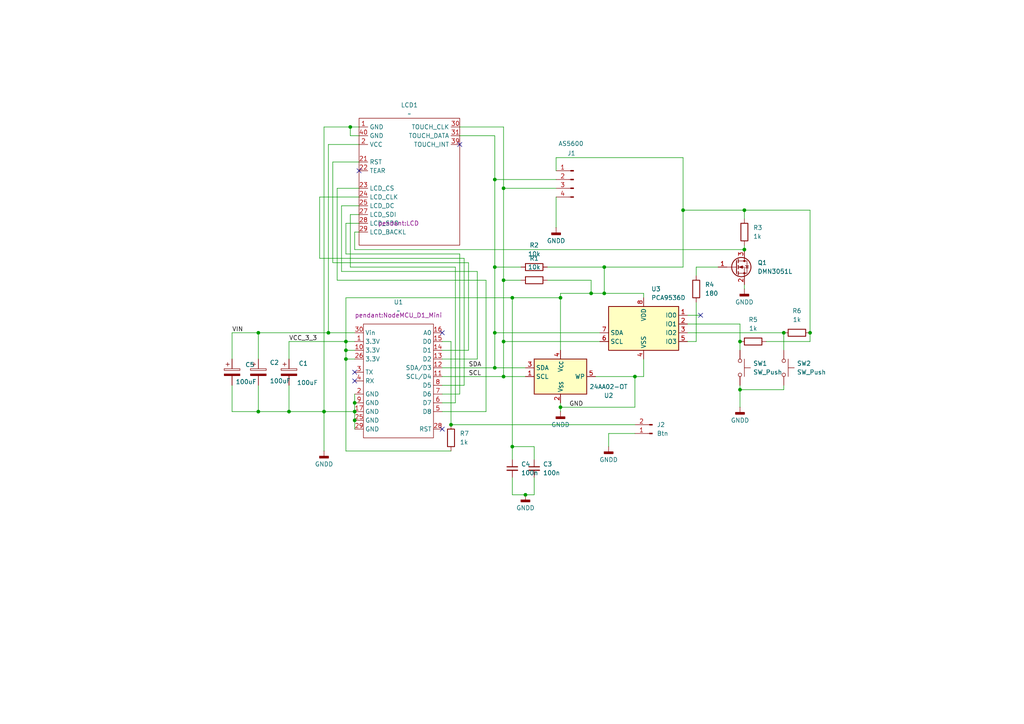
<source format=kicad_sch>
(kicad_sch (version 20231120) (generator "eeschema") (generator_version "8.0")
  (paper "A4")
  (lib_symbols
    (symbol "Connector:Conn_01x02_Pin" (pin_names (offset 1.016) hide)
      (property "Reference" "J" (at 0 2.54 0))
      (property "Value" "Conn_01x02_Pin" (at 0 -5.08 0))
      (symbol "Conn_01x02_Pin_1_1"
        (polyline (pts (xy 1.27 -2.54) (xy 0.8636 -2.54)) (stroke (width 0.1524)))
        (polyline (pts (xy 1.27 0) (xy 0.8636 0)) (stroke (width 0.1524)))
        (rectangle (start 0.8636 -2.413) (end 0 -2.667) (stroke (width 0.1524)) (fill (type outline)))
        (rectangle (start 0.8636 0.127) (end 0 -0.127) (stroke (width 0.1524)) (fill (type outline)))
        (pin passive line (at 5.08 0 180) (length 3.81) (name "Pin_1") (number "1"))
        (pin passive line (at 5.08 -2.54 180) (length 3.81) (name "Pin_2") (number "2"))
      )
    )
    (symbol "Connector:Conn_01x04_Pin" (pin_names (offset 1.016) hide)
      (property "Reference" "J" (at 0 5.08 0))
      (property "Value" "Conn_01x04_Pin" (at 0 -7.62 0))
      (symbol "Conn_01x04_Pin_1_1"
        (polyline (pts (xy 1.27 -5.08) (xy 0.8636 -5.08)) (stroke (width 0.1524)))
        (polyline (pts (xy 1.27 -2.54) (xy 0.8636 -2.54)) (stroke (width 0.1524)))
        (polyline (pts (xy 1.27 0) (xy 0.8636 0)) (stroke (width 0.1524)))
        (polyline (pts (xy 1.27 2.54) (xy 0.8636 2.54)) (stroke (width 0.1524)))
        (rectangle (start 0.8636 -4.953) (end 0 -5.207) (stroke (width 0.1524)) (fill (type outline)))
        (rectangle (start 0.8636 -2.413) (end 0 -2.667) (stroke (width 0.1524)) (fill (type outline)))
        (rectangle (start 0.8636 0.127) (end 0 -0.127) (stroke (width 0.1524)) (fill (type outline)))
        (rectangle (start 0.8636 2.667) (end 0 2.413) (stroke (width 0.1524)) (fill (type outline)))
        (pin passive line (at 5.08 2.54 180) (length 3.81) (name "Pin_1") (number "1"))
        (pin passive line (at 5.08 0 180) (length 3.81) (name "Pin_2") (number "2"))
        (pin passive line (at 5.08 -2.54 180) (length 3.81) (name "Pin_3") (number "3"))
        (pin passive line (at 5.08 -5.08 180) (length 3.81) (name "Pin_4") (number "4"))
      )
    )
    (symbol "Device:C_Polarized" (pin_numbers hide) (pin_names (offset 0.254))
      (property "Reference" "C" (at 0.635 2.54 0))
      (property "Value" "C_Polarized" (at 0.635 -2.54 0))
      (symbol "C_Polarized_0_1"
        (rectangle (start -2.286 0.508) (end 2.286 1.016))
        (polyline (pts (xy -1.778 2.286) (xy -0.762 2.286)))
        (polyline (pts (xy -1.27 2.794) (xy -1.27 1.778)))
        (rectangle (start 2.286 -0.508) (end -2.286 -1.016) (fill (type outline)))
      )
      (symbol "C_Polarized_1_1"
        (pin passive line (at 0 3.81 270) (length 2.794) (name "~") (number "1"))
        (pin passive line (at 0 -3.81 90) (length 2.794) (name "~") (number "2"))
      )
    )
    (symbol "Device:C_Small" (pin_numbers hide) (pin_names (offset 0.254) hide)
      (property "Reference" "C" (at 0.254 1.778 0))
      (property "Value" "C_Small" (at 0.254 -2.032 0))
      (symbol "C_Small_0_1"
        (polyline (pts (xy -1.524 -0.508) (xy 1.524 -0.508)) (stroke (width 0.3302)))
        (polyline (pts (xy -1.524 0.508) (xy 1.524 0.508)) (stroke (width 0.3048)))
      )
      (symbol "C_Small_1_1"
        (pin passive line (at 0 2.54 270) (length 2.032) (name "~") (number "1"))
        (pin passive line (at 0 -2.54 90) (length 2.032) (name "~") (number "2"))
      )
    )
    (symbol "Device:R" (pin_numbers hide) (pin_names (offset 0))
      (property "Reference" "R" (at 2.032 0 90))
      (property "Value" "R" (at 0 0 90))
      (symbol "R_0_1"
        (rectangle (start -1.016 -2.54) (end 1.016 2.54) (stroke (width 0.254)))
      )
      (symbol "R_1_1"
        (pin passive line (at 0 3.81 270) (length 1.27) (name "~") (number "1"))
        (pin passive line (at 0 -3.81 90) (length 1.27) (name "~") (number "2"))
      )
    )
    (symbol "Interface_Expansion:PCA9536D"
      (property "Reference" "U" (at -8.89 6.35 0))
      (property "Value" "PCA9536D" (at 6.35 6.35 0))
      (symbol "PCA9536D_0_1"
        (rectangle (start -10.16 5.08) (end 10.16 -7.62) (stroke (width 0.254)) (fill (type background)))
      )
      (symbol "PCA9536D_1_1"
        (pin bidirectional line (at 12.7 2.54 180) (length 2.54) (name "IO0") (number "1"))
        (pin bidirectional line (at 12.7 0 180) (length 2.54) (name "IO1") (number "2"))
        (pin bidirectional line (at 12.7 -2.54 180) (length 2.54) (name "IO2") (number "3"))
        (pin power_in line (at 0 -10.16 90) (length 2.54) (name "VSS") (number "4"))
        (pin bidirectional line (at 12.7 -5.08 180) (length 2.54) (name "IO3") (number "5"))
        (pin input line (at -12.7 -5.08 0) (length 2.54) (name "SCL") (number "6"))
        (pin bidirectional line (at -12.7 -2.54 0) (length 2.54) (name "SDA") (number "7"))
        (pin power_in line (at 0 7.62 270) (length 2.54) (name "VDD") (number "8"))
      )
    )
    (symbol "Memory_EEPROM:24AA02-OT"
      (property "Reference" "U" (at -7.62 6.35 0))
      (property "Value" "24AA02-OT" (at 2.54 -6.35 0))
      (symbol "24AA02-OT_1_1"
        (rectangle (start -7.62 5.08) (end 7.62 -5.08) (stroke (width 0.254)) (fill (type background)))
        (pin input line (at 10.16 0 180) (length 2.54) (name "SCL") (number "1"))
        (pin power_in line (at 0 -7.62 90) (length 2.54) (name "V_{SS}") (number "2"))
        (pin bidirectional line (at 10.16 2.54 180) (length 2.54) (name "SDA") (number "3"))
        (pin power_in line (at 0 7.62 270) (length 2.54) (name "V_{CC}") (number "4"))
        (pin input line (at -10.16 0 0) (length 2.54) (name "WP") (number "5"))
      )
    )
    (symbol "Switch:SW_Push" (pin_numbers hide) (pin_names (offset 1.016) hide)
      (property "Reference" "SW" (at 1.27 2.54 0))
      (property "Value" "SW_Push" (at 0 -1.524 0))
      (symbol "SW_Push_0_1"
        (circle (center -2.032 0) (radius 0.508))
        (polyline (pts (xy 0 1.27) (xy 0 3.048)))
        (polyline (pts (xy 2.54 1.27) (xy -2.54 1.27)))
        (circle (center 2.032 0) (radius 0.508))
        (pin passive line (at -5.08 0 0) (length 2.54) (name "1") (number "1"))
        (pin passive line (at 5.08 0 180) (length 2.54) (name "2") (number "2"))
      )
    )
    (symbol "Transistor_FET:DMN3051L" (pin_names hide)
      (property "Reference" "Q" (at 5.08 1.905 0))
      (property "Value" "DMN3051L" (at 5.08 0 0))
      (symbol "DMN3051L_0_1"
        (polyline (pts (xy 0.254 0) (xy -2.54 0)))
        (polyline (pts (xy 0.254 1.905) (xy 0.254 -1.905)) (stroke (width 0.254)))
        (polyline (pts (xy 0.762 -1.27) (xy 0.762 -2.286)) (stroke (width 0.254)))
        (polyline (pts (xy 0.762 0.508) (xy 0.762 -0.508)) (stroke (width 0.254)))
        (polyline (pts (xy 0.762 2.286) (xy 0.762 1.27)) (stroke (width 0.254)))
        (polyline (pts (xy 2.54 2.54) (xy 2.54 1.778)))
        (polyline (pts (xy 2.54 -2.54) (xy 2.54 0) (xy 0.762 0)))
        (polyline (pts (xy 0.762 -1.778) (xy 3.302 -1.778) (xy 3.302 1.778) (xy 0.762 1.778)))
        (polyline (pts (xy 1.016 0) (xy 2.032 0.381) (xy 2.032 -0.381) (xy 1.016 0)) (fill (type outline)))
        (polyline (pts (xy 2.794 0.508) (xy 2.921 0.381) (xy 3.683 0.381) (xy 3.81 0.254)))
        (polyline (pts (xy 3.302 0.381) (xy 2.921 -0.254) (xy 3.683 -0.254) (xy 3.302 0.381)))
        (circle (center 1.651 0) (radius 2.794) (stroke (width 0.254)))
        (circle (center 2.54 -1.778) (radius 0.254) (fill (type outline)))
        (circle (center 2.54 1.778) (radius 0.254) (fill (type outline)))
      )
      (symbol "DMN3051L_1_1"
        (pin input line (at -5.08 0 0) (length 2.54) (name "G") (number "1"))
        (pin passive line (at 2.54 -5.08 90) (length 2.54) (name "S") (number "2"))
        (pin passive line (at 2.54 5.08 270) (length 2.54) (name "D") (number "3"))
      )
    )
    (symbol "pendant:LCD"
      (property "Reference" "LCD" (at 0 -1.524 0))
      (property "Footprint" "pendant:LCD" (at -3.81 6.35 0))
      (symbol "LCD_0_1"
        (rectangle (start -15.24 36.83) (end 13.97 0))
      )
      (symbol "LCD_1_1"
        (pin power_in line (at -15.24 34.29 0) (length 2.54) (name "GND") (number "1"))
        (pin power_in line (at -15.24 29.21 0) (length 2.54) (name "VCC") (number "2"))
        (pin input line (at -15.24 24.13 0) (length 2.54) (name "RST") (number "21"))
        (pin output line (at -15.24 21.59 0) (length 2.54) (name "TEAR") (number "22"))
        (pin input line (at -15.24 16.51 0) (length 2.54) (name "LCD_CS") (number "23"))
        (pin input line (at -15.24 13.97 0) (length 2.54) (name "LCD_CLK") (number "24"))
        (pin input line (at -15.24 11.43 0) (length 2.54) (name "LCD_DC") (number "25"))
        (pin input line (at -15.24 8.89 0) (length 2.54) (name "LCD_SDI") (number "27"))
        (pin output line (at -15.24 6.35 0) (length 2.54) (name "LCD_SDO") (number "28"))
        (pin input line (at -15.24 3.81 0) (length 2.54) (name "LCD_BACKL") (number "29"))
        (pin input line (at 13.97 34.29 180) (length 2.54) (name "TOUCH_CLK") (number "30"))
        (pin bidirectional line (at 13.97 31.75 180) (length 2.54) (name "TOUCH_DATA") (number "31"))
        (pin output line (at 13.97 29.21 180) (length 2.54) (name "TOUCH_INT") (number "39"))
        (pin power_in line (at -15.24 31.75 0) (length 2.54) (name "GND") (number "40"))
      )
    )
    (symbol "pendant:NodeMCU"
      (property "Reference" "U1" (at -72.39 21.59 0))
      (property "Value" "~" (at -72.39 19.05 0))
      (property "Footprint" "pendant:NodeMCU_D1_Mini" (at -72.39 17.78 0))
      (symbol "NodeMCU_0_1"
        (rectangle (start -82.55 15.24) (end -62.23 -17.78))
      )
      (symbol "NodeMCU_1_1"
        (pin power_in line (at -85.09 10.16 0) (length 2.54) (name "3.3V") (number "1"))
        (pin power_in line (at -85.09 7.62 0) (length 2.54) (name "3.3V") (number "10"))
        (pin bidirectional line (at -59.69 0 180) (length 2.54) (name "SCL/D4") (number "11"))
        (pin bidirectional line (at -59.69 2.54 180) (length 2.54) (name "SDA/D3") (number "12"))
        (pin bidirectional line (at -59.69 5.08 180) (length 2.54) (name "D2") (number "13"))
        (pin bidirectional line (at -59.69 7.62 180) (length 2.54) (name "D1") (number "14"))
        (pin bidirectional line (at -59.69 10.16 180) (length 2.54) (name "D0") (number "15"))
        (pin input line (at -59.69 12.7 180) (length 2.54) (name "A0") (number "16"))
        (pin power_in line (at -85.09 -10.16 0) (length 2.54) (name "GND") (number "17"))
        (pin power_in line (at -85.09 -5.08 0) (length 2.54) (name "GND") (number "2"))
        (pin power_in line (at -85.09 -12.7 0) (length 2.54) (name "GND") (number "25"))
        (pin power_in line (at -85.09 5.08 0) (length 2.54) (name "3.3V") (number "26"))
        (pin input line (at -59.69 -15.24 180) (length 2.54) (name "RST") (number "28"))
        (pin power_in line (at -85.09 -15.24 0) (length 2.54) (name "GND") (number "29"))
        (pin bidirectional line (at -85.09 1.27 0) (length 2.54) (name "TX") (number "3"))
        (pin power_in line (at -85.09 12.7 0) (length 2.54) (name "Vin") (number "30"))
        (pin bidirectional line (at -85.09 -1.27 0) (length 2.54) (name "RX") (number "4"))
        (pin bidirectional line (at -59.69 -10.16 180) (length 2.54) (name "D8") (number "5"))
        (pin bidirectional line (at -59.69 -7.62 180) (length 2.54) (name "D7") (number "6"))
        (pin bidirectional line (at -59.69 -5.08 180) (length 2.54) (name "D6") (number "7"))
        (pin bidirectional line (at -59.69 -2.54 180) (length 2.54) (name "D5") (number "8"))
        (pin power_in line (at -85.09 -7.62 0) (length 2.54) (name "GND") (number "9"))
      )
    )
    (symbol "power:GNDD" (power) (pin_numbers hide) (pin_names (offset 0) hide)
      (property "Value" "GNDD" (at 0 -3.175 0))
      (symbol "GNDD_0_1"
        (rectangle (start -1.27 -1.524) (end 1.27 -2.032) (stroke (width 0.254)) (fill (type outline)))
        (polyline (pts (xy 0 0) (xy 0 -1.524)))
      )
      (symbol "GNDD_1_1"
        (pin power_in line (at 0 0 270) (length 0) (name "~") (number "1"))
      )
    )
  )
  (junction (at 152.4 143.51))
  (junction (at 214.63 113.03))
  (junction (at 146.05 99.06))
  (junction (at 74.93 119.38))
  (junction (at 198.12 60.96))
  (junction (at 162.56 86.36))
  (junction (at 175.26 85.09))
  (junction (at 102.87 119.38))
  (junction (at 171.45 85.09))
  (junction (at 214.63 99.06))
  (junction (at 148.59 86.36))
  (junction (at 130.81 123.19))
  (junction (at 146.05 81.28))
  (junction (at 227.33 96.52))
  (junction (at 146.05 54.61))
  (junction (at 74.93 96.52))
  (junction (at 93.98 119.38))
  (junction (at 234.95 96.52))
  (junction (at 215.9 60.96))
  (junction (at 148.59 129.54))
  (junction (at 215.9 72.39))
  (junction (at 146.05 109.22))
  (junction (at 175.26 77.47))
  (junction (at 102.87 121.92))
  (junction (at 143.51 77.47))
  (junction (at 102.87 116.84))
  (junction (at 95.25 96.52))
  (junction (at 83.82 119.38))
  (junction (at 162.56 118.11))
  (junction (at 184.15 109.22))
  (junction (at 143.51 52.07))
  (junction (at 143.51 106.68))
  (junction (at 143.51 96.52))
  (junction (at 100.33 99.06))
  (junction (at 100.33 101.6))
  (junction (at 100.33 104.14))
  (junction (at 101.6 36.83))
  (no_connect (at 128.27 124.46))
  (no_connect (at 133.35 41.91))
  (no_connect (at 102.87 110.49))
  (no_connect (at 102.87 107.95))
  (no_connect (at 203.2 91.44))
  (no_connect (at 128.27 96.52))
  (no_connect (at 104.14 49.53))
  (wire (pts (xy 133.35 36.83) (xy 146.05 36.83)))
  (wire (pts (xy 214.63 99.06) (xy 214.63 101.6)))
  (wire (pts (xy 199.39 96.52) (xy 227.33 96.52)))
  (wire (pts (xy 198.12 77.47) (xy 175.26 77.47)))
  (wire (pts (xy 83.82 104.14) (xy 83.82 99.06)))
  (wire (pts (xy 214.63 111.76) (xy 214.63 113.03)))
  (wire (pts (xy 83.82 99.06) (xy 100.33 99.06)))
  (wire (pts (xy 132.08 116.84) (xy 132.08 77.47)))
  (wire (pts (xy 148.59 138.43) (xy 148.59 143.51)))
  (wire (pts (xy 151.13 81.28) (xy 146.05 81.28)))
  (wire (pts (xy 128.27 101.6) (xy 135.89 101.6)))
  (wire (pts (xy 101.6 77.47) (xy 101.6 62.23)))
  (wire (pts (xy 184.15 125.73) (xy 176.53 125.73)))
  (wire (pts (xy 146.05 109.22) (xy 128.27 109.22)))
  (wire (pts (xy 143.51 77.47) (xy 143.51 96.52)))
  (wire (pts (xy 152.4 109.22) (xy 146.05 109.22)))
  (wire (pts (xy 128.27 111.76) (xy 134.62 111.76)))
  (wire (pts (xy 161.29 57.15) (xy 161.29 66.04)))
  (wire (pts (xy 171.45 85.09) (xy 162.56 85.09)))
  (wire (pts (xy 158.75 77.47) (xy 175.26 77.47)))
  (wire (pts (xy 99.06 78.74) (xy 138.43 78.74)))
  (wire (pts (xy 128.27 114.3) (xy 133.35 114.3)))
  (wire (pts (xy 132.08 77.47) (xy 101.6 77.47)))
  (wire (pts (xy 161.29 52.07) (xy 143.51 52.07)))
  (wire (pts (xy 102.87 72.39) (xy 215.9 72.39)))
  (wire (pts (xy 146.05 81.28) (xy 146.05 99.06)))
  (wire (pts (xy 97.79 54.61) (xy 97.79 81.28)))
  (wire (pts (xy 143.51 39.37) (xy 133.35 39.37)))
  (wire (pts (xy 208.28 77.47) (xy 201.93 77.47)))
  (wire (pts (xy 74.93 96.52) (xy 95.25 96.52)))
  (wire (pts (xy 100.33 73.66) (xy 100.33 64.77)))
  (wire (pts (xy 101.6 36.83) (xy 104.14 36.83)))
  (wire (pts (xy 133.35 73.66) (xy 100.33 73.66)))
  (wire (pts (xy 83.82 119.38) (xy 93.98 119.38)))
  (wire (pts (xy 175.26 85.09) (xy 171.45 85.09)))
  (wire (pts (xy 96.52 46.99) (xy 104.14 46.99)))
  (wire (pts (xy 140.97 81.28) (xy 140.97 119.38)))
  (wire (pts (xy 93.98 36.83) (xy 93.98 119.38)))
  (wire (pts (xy 96.52 76.2) (xy 96.52 46.99)))
  (wire (pts (xy 199.39 91.44) (xy 203.2 91.44)))
  (wire (pts (xy 186.69 85.09) (xy 175.26 85.09)))
  (wire (pts (xy 143.51 96.52) (xy 143.51 106.68)))
  (wire (pts (xy 214.63 93.98) (xy 199.39 93.98)))
  (wire (pts (xy 186.69 86.36) (xy 186.69 85.09)))
  (wire (pts (xy 138.43 78.74) (xy 138.43 104.14)))
  (wire (pts (xy 102.87 119.38) (xy 102.87 116.84)))
  (wire (pts (xy 148.59 143.51) (xy 152.4 143.51)))
  (wire (pts (xy 234.95 99.06) (xy 234.95 96.52)))
  (wire (pts (xy 146.05 54.61) (xy 146.05 81.28)))
  (wire (pts (xy 161.29 45.72) (xy 198.12 45.72)))
  (wire (pts (xy 227.33 111.76) (xy 227.33 113.03)))
  (wire (pts (xy 134.62 74.93) (xy 92.71 74.93)))
  (wire (pts (xy 104.14 54.61) (xy 97.79 54.61)))
  (wire (pts (xy 92.71 74.93) (xy 92.71 57.15)))
  (wire (pts (xy 162.56 86.36) (xy 148.59 86.36)))
  (wire (pts (xy 100.33 130.81) (xy 100.33 104.14)))
  (wire (pts (xy 186.69 109.22) (xy 184.15 109.22)))
  (wire (pts (xy 101.6 62.23) (xy 104.14 62.23)))
  (wire (pts (xy 146.05 99.06) (xy 146.05 109.22)))
  (wire (pts (xy 93.98 130.81) (xy 93.98 119.38)))
  (wire (pts (xy 154.94 143.51) (xy 152.4 143.51)))
  (wire (pts (xy 99.06 59.69) (xy 99.06 78.74)))
  (wire (pts (xy 134.62 111.76) (xy 134.62 74.93)))
  (wire (pts (xy 130.81 123.19) (xy 184.15 123.19)))
  (wire (pts (xy 172.72 109.22) (xy 184.15 109.22)))
  (wire (pts (xy 74.93 119.38) (xy 83.82 119.38)))
  (wire (pts (xy 104.14 39.37) (xy 101.6 39.37)))
  (wire (pts (xy 100.33 64.77) (xy 104.14 64.77)))
  (wire (pts (xy 184.15 109.22) (xy 184.15 118.11)))
  (wire (pts (xy 67.31 111.76) (xy 67.31 119.38)))
  (wire (pts (xy 148.59 86.36) (xy 100.33 86.36)))
  (wire (pts (xy 104.14 67.31) (xy 102.87 67.31)))
  (wire (pts (xy 138.43 104.14) (xy 128.27 104.14)))
  (wire (pts (xy 215.9 60.96) (xy 198.12 60.96)))
  (wire (pts (xy 158.75 81.28) (xy 171.45 81.28)))
  (wire (pts (xy 135.89 76.2) (xy 96.52 76.2)))
  (wire (pts (xy 154.94 138.43) (xy 154.94 143.51)))
  (wire (pts (xy 102.87 124.46) (xy 102.87 121.92)))
  (wire (pts (xy 148.59 129.54) (xy 154.94 129.54)))
  (wire (pts (xy 151.13 77.47) (xy 143.51 77.47)))
  (wire (pts (xy 67.31 119.38) (xy 74.93 119.38)))
  (wire (pts (xy 198.12 45.72) (xy 198.12 60.96)))
  (wire (pts (xy 186.69 104.14) (xy 186.69 109.22)))
  (wire (pts (xy 74.93 96.52) (xy 74.93 104.14)))
  (wire (pts (xy 215.9 60.96) (xy 234.95 60.96)))
  (wire (pts (xy 148.59 133.35) (xy 148.59 129.54)))
  (wire (pts (xy 161.29 54.61) (xy 146.05 54.61)))
  (wire (pts (xy 234.95 96.52) (xy 234.95 60.96)))
  (wire (pts (xy 176.53 129.54) (xy 176.53 125.73)))
  (wire (pts (xy 100.33 101.6) (xy 102.87 101.6)))
  (wire (pts (xy 128.27 106.68) (xy 143.51 106.68)))
  (wire (pts (xy 128.27 99.06) (xy 130.81 99.06)))
  (wire (pts (xy 83.82 111.76) (xy 83.82 119.38)))
  (wire (pts (xy 130.81 99.06) (xy 130.81 123.19)))
  (wire (pts (xy 101.6 39.37) (xy 101.6 36.83)))
  (wire (pts (xy 93.98 119.38) (xy 102.87 119.38)))
  (wire (pts (xy 102.87 121.92) (xy 102.87 119.38)))
  (wire (pts (xy 133.35 114.3) (xy 133.35 73.66)))
  (wire (pts (xy 102.87 99.06) (xy 100.33 99.06)))
  (wire (pts (xy 162.56 118.11) (xy 162.56 116.84)))
  (wire (pts (xy 214.63 93.98) (xy 214.63 99.06)))
  (wire (pts (xy 67.31 96.52) (xy 74.93 96.52)))
  (wire (pts (xy 162.56 101.6) (xy 162.56 86.36)))
  (wire (pts (xy 161.29 45.72) (xy 161.29 49.53)))
  (wire (pts (xy 162.56 85.09) (xy 162.56 86.36)))
  (wire (pts (xy 128.27 116.84) (xy 132.08 116.84)))
  (wire (pts (xy 215.9 71.12) (xy 215.9 72.39)))
  (wire (pts (xy 100.33 101.6) (xy 100.33 104.14)))
  (wire (pts (xy 154.94 129.54) (xy 154.94 133.35)))
  (wire (pts (xy 171.45 81.28) (xy 171.45 85.09)))
  (wire (pts (xy 199.39 99.06) (xy 201.93 99.06)))
  (wire (pts (xy 173.99 99.06) (xy 146.05 99.06)))
  (wire (pts (xy 102.87 116.84) (xy 102.87 114.3)))
  (wire (pts (xy 67.31 104.14) (xy 67.31 96.52)))
  (wire (pts (xy 146.05 36.83) (xy 146.05 54.61)))
  (wire (pts (xy 135.89 101.6) (xy 135.89 76.2)))
  (wire (pts (xy 100.33 86.36) (xy 100.33 99.06)))
  (wire (pts (xy 143.51 52.07) (xy 143.51 77.47)))
  (wire (pts (xy 97.79 81.28) (xy 140.97 81.28)))
  (wire (pts (xy 227.33 113.03) (xy 214.63 113.03)))
  (wire (pts (xy 130.81 130.81) (xy 100.33 130.81)))
  (wire (pts (xy 148.59 129.54) (xy 148.59 86.36)))
  (wire (pts (xy 162.56 119.38) (xy 162.56 118.11)))
  (wire (pts (xy 173.99 96.52) (xy 143.51 96.52)))
  (wire (pts (xy 74.93 111.76) (xy 74.93 119.38)))
  (wire (pts (xy 201.93 87.63) (xy 201.93 99.06)))
  (wire (pts (xy 152.4 106.68) (xy 143.51 106.68)))
  (wire (pts (xy 102.87 96.52) (xy 95.25 96.52)))
  (wire (pts (xy 102.87 67.31) (xy 102.87 72.39)))
  (wire (pts (xy 143.51 52.07) (xy 143.51 39.37)))
  (wire (pts (xy 222.25 99.06) (xy 234.95 99.06)))
  (wire (pts (xy 201.93 77.47) (xy 201.93 80.01)))
  (wire (pts (xy 215.9 63.5) (xy 215.9 60.96)))
  (wire (pts (xy 95.25 41.91) (xy 104.14 41.91)))
  (wire (pts (xy 95.25 96.52) (xy 95.25 41.91)))
  (wire (pts (xy 175.26 77.47) (xy 175.26 85.09)))
  (wire (pts (xy 227.33 96.52) (xy 227.33 101.6)))
  (wire (pts (xy 100.33 99.06) (xy 100.33 101.6)))
  (wire (pts (xy 184.15 118.11) (xy 162.56 118.11)))
  (wire (pts (xy 92.71 57.15) (xy 104.14 57.15)))
  (wire (pts (xy 140.97 119.38) (xy 128.27 119.38)))
  (wire (pts (xy 215.9 83.82) (xy 215.9 82.55)))
  (wire (pts (xy 102.87 104.14) (xy 100.33 104.14)))
  (wire (pts (xy 93.98 36.83) (xy 101.6 36.83)))
  (wire (pts (xy 198.12 60.96) (xy 198.12 77.47)))
  (wire (pts (xy 214.63 113.03) (xy 214.63 118.11)))
  (wire (pts (xy 104.14 59.69) (xy 99.06 59.69)))
  (label "VIN" (at 67.31 96.52 0))
  (label "GND" (at 165.1 118.11 0))
  (label "VCC_3_3" (at 83.82 99.06 0))
  (label "SDA" (at 135.89 106.68 0))
  (label "SCL" (at 135.89 109.22 0))
  (symbol (lib_id "Device:R") (at 218.44 99.06 270) (unit 1)
    (property "Reference" "R5" (at 218.44 92.71 90))
    (property "Value" "1k" (at 218.44 95.25 90))
    (property "Footprint" "Resistor_SMD:R_1206_3216Metric_Pad1.30x1.75mm_HandSolder" (effects (hide yes)))
    (property "Description" "Resistor" (effects (hide yes)))
  )
  (symbol (lib_id "Device:R") (at 201.93 83.82 180) (unit 1)
    (property "Reference" "R4" (at 204.47 82.5499 0) (effects (justify right)))
    (property "Value" "180" (at 204.47 85.0899 0) (effects (justify right)))
    (property "Footprint" "Resistor_SMD:R_1206_3216Metric_Pad1.30x1.75mm_HandSolder" (effects (hide yes)))
    (property "Description" "Resistor" (effects (hide yes)))
  )
  (symbol (lib_id "power:GNDD") (at 176.53 129.54 0) (unit 1)
    (property "Reference" "#PWR07" (effects (hide yes)))
    (property "Value" "GNDD" (at 176.53 133.35 0))
    (property "Description" "Power symbol creates a global label with name \"GNDD\" , digital ground" (effects (hide yes)))
  )
  (symbol (lib_id "Device:C_Small") (at 148.59 135.89 0) (unit 1)
    (property "Reference" "C4" (at 151.13 134.6262 0) (effects (justify left)))
    (property "Value" "100n" (at 151.13 137.1662 0) (effects (justify left)))
    (property "Footprint" "Capacitor_SMD:C_1206_3216Metric_Pad1.33x1.80mm_HandSolder" (effects (hide yes)))
    (property "Description" "Unpolarized capacitor, small symbol" (effects (hide yes)))
  )
  (symbol (lib_id "power:GNDD") (at 215.9 83.82 0) (unit 1)
    (property "Reference" "#PWR05" (effects (hide yes)))
    (property "Value" "GNDD" (at 215.9 87.63 0))
    (property "Description" "Power symbol creates a global label with name \"GNDD\" , digital ground" (effects (hide yes)))
  )
  (symbol (lib_id "power:GNDD") (at 152.4 143.51 0) (unit 1)
    (property "Reference" "#PWR04" (effects (hide yes)))
    (property "Value" "GNDD" (at 152.4 147.32 0))
    (property "Description" "Power symbol creates a global label with name \"GNDD\" , digital ground" (effects (hide yes)))
  )
  (symbol (lib_id "Device:R") (at 154.94 81.28 90) (unit 1)
    (property "Reference" "R1" (at 154.94 74.93 90))
    (property "Value" "10k" (at 154.94 77.47 90))
    (property "Footprint" "Resistor_SMD:R_1206_3216Metric_Pad1.30x1.75mm_HandSolder" (effects (hide yes)))
    (property "Description" "Resistor" (effects (hide yes)))
  )
  (symbol (lib_id "Device:R") (at 215.9 67.31 180) (unit 1)
    (property "Reference" "R3" (at 218.44 66.0399 0) (effects (justify right)))
    (property "Value" "1k" (at 218.44 68.5799 0) (effects (justify right)))
    (property "Footprint" "Resistor_SMD:R_1206_3216Metric_Pad1.30x1.75mm_HandSolder" (effects (hide yes)))
    (property "Description" "Resistor" (effects (hide yes)))
  )
  (symbol (lib_id "Connector:Conn_01x02_Pin") (at 189.23 125.73 180) (unit 1)
    (property "Reference" "J2" (at 190.5 123.1899 0) (effects (justify right)))
    (property "Value" "Btn" (at 190.5 125.7299 0) (effects (justify right)))
    (property "Footprint" "Connector_PinHeader_2.54mm:PinHeader_1x02_P2.54mm_Vertical" (effects (hide yes)))
    (property "Description" "Generic connector, single row, 01x02, script generated" (effects (hide yes)))
  )
  (symbol (lib_id "Memory_EEPROM:24AA02-OT") (at 162.56 109.22 0) (mirror y) (unit 1)
    (property "Reference" "U2" (at 176.53 114.7162 0))
    (property "Value" "24AA02-OT" (at 176.53 112.1762 0))
    (property "Footprint" "Package_TO_SOT_SMD:SOT-23-5" (effects (hide yes)))
    (property "Datasheet" "http://ww1.microchip.com/downloads/en/DeviceDoc/21709J.pdf" (effects (hide yes)))
    (property "Description" "I2C Serial EEPROM, 2Kb, SOT-23" (effects (hide yes)))
  )
  (symbol (lib_id "pendant:LCD") (at 119.38 71.12 0) (unit 1)
    (property "Reference" "LCD1" (at 118.745 30.48 0))
    (property "Value" "~" (at 118.745 33.02 0))
    (property "Footprint" "pendant:LCD" (at 115.57 64.77 0))
  )
  (symbol (lib_id "power:GNDD") (at 162.56 119.38 0) (unit 1)
    (property "Reference" "#PWR02" (effects (hide yes)))
    (property "Value" "GNDD" (at 162.56 123.19 0))
    (property "Description" "Power symbol creates a global label with name \"GNDD\" , digital ground" (effects (hide yes)))
  )
  (symbol (lib_id "Connector:Conn_01x04_Pin") (at 166.37 52.07 0) (mirror y) (unit 1)
    (property "Reference" "J1" (at 165.735 44.45 0))
    (property "Value" "AS5600" (at 165.608 41.656 0))
    (property "Footprint" "Connector_PinHeader_2.54mm:PinHeader_1x04_P2.54mm_Vertical" (effects (hide yes)))
    (property "Description" "Generic connector, single row, 01x04, script generated" (effects (hide yes)))
  )
  (symbol (lib_id "Device:C_Polarized") (at 67.31 107.95 0) (unit 1)
    (property "Reference" "C5" (at 71.12 105.7909 0) (effects (justify left)))
    (property "Value" "100uF" (at 68.326 110.744 0) (effects (justify left)))
    (property "Footprint" "Capacitor_THT:CP_Radial_D6.3mm_P2.50mm" (effects (hide yes)))
    (property "Description" "Polarized capacitor" (effects (hide yes)))
  )
  (symbol (lib_id "Switch:SW_Push") (at 227.33 106.68 270) (unit 1)
    (property "Reference" "SW2" (at 231.14 105.4099 90) (effects (justify left)))
    (property "Value" "SW_Push" (at 231.14 107.9499 90) (effects (justify left)))
    (property "Footprint" "pendant:SW_Tactile_SPST_Angled_PTS645Vx39-2LFS" (effects (hide yes)))
    (property "Description" "Push button switch, generic, two pins" (effects (hide yes)))
  )
  (symbol (lib_id "power:GNDD") (at 93.98 130.81 0) (unit 1)
    (property "Reference" "#PWR01" (effects (hide yes)))
    (property "Value" "GNDD" (at 93.98 134.62 0))
    (property "Description" "Power symbol creates a global label with name \"GNDD\" , digital ground" (effects (hide yes)))
  )
  (symbol (lib_id "power:GNDD") (at 214.63 118.11 0) (unit 1)
    (property "Reference" "#PWR06" (effects (hide yes)))
    (property "Value" "GNDD" (at 214.63 121.92 0))
    (property "Description" "Power symbol creates a global label with name \"GNDD\" , digital ground" (effects (hide yes)))
  )
  (symbol (lib_id "pendant:NodeMCU") (at 187.96 109.22 0) (unit 1)
    (property "Reference" "U1" (at 115.57 87.63 0))
    (property "Value" "~" (at 115.57 90.17 0))
    (property "Footprint" "pendant:NodeMCU_D1_Mini" (at 115.57 91.44 0))
  )
  (symbol (lib_id "Device:C_Small") (at 154.94 135.89 0) (unit 1)
    (property "Reference" "C3" (at 157.48 134.6262 0) (effects (justify left)))
    (property "Value" "100n" (at 157.48 137.1662 0) (effects (justify left)))
    (property "Footprint" "Capacitor_SMD:C_1206_3216Metric_Pad1.33x1.80mm_HandSolder" (effects (hide yes)))
    (property "Description" "Unpolarized capacitor, small symbol" (effects (hide yes)))
  )
  (symbol (lib_id "Transistor_FET:DMN3051L") (at 213.36 77.47 0) (unit 1)
    (property "Reference" "Q1" (at 219.71 76.1999 0) (effects (justify left)))
    (property "Value" "DMN3051L" (at 219.71 78.7399 0) (effects (justify left)))
    (property "Footprint" "Package_TO_SOT_SMD:SOT-23" (effects (hide yes)))
    (property "Datasheet" "http://www.diodes.com/assets/Datasheets/ds31347.pdf" (effects (hide yes)))
    (property "Description" "5.8A Id, 30V Vds, N-Channel MOSFET, SOT-23" (effects (hide yes)))
  )
  (symbol (lib_id "Device:C_Polarized") (at 74.93 107.95 0) (unit 1)
    (property "Reference" "C2" (at 78.232 105.156 0) (effects (justify left)))
    (property "Value" "100uF" (at 78.232 110.49 0) (effects (justify left)))
    (property "Footprint" "Capacitor_THT:CP_Radial_D6.3mm_P2.50mm" (effects (hide yes)))
    (property "Description" "Polarized capacitor" (effects (hide yes)))
  )
  (symbol (lib_id "Device:R") (at 130.81 127 0) (unit 1)
    (property "Reference" "R7" (at 133.35 125.7299 0) (effects (justify left)))
    (property "Value" "1k" (at 133.35 128.2699 0) (effects (justify left)))
    (property "Footprint" "Resistor_SMD:R_1206_3216Metric_Pad1.30x1.75mm_HandSolder" (effects (hide yes)))
    (property "Description" "Resistor" (effects (hide yes)))
  )
  (symbol (lib_id "Device:R") (at 231.14 96.52 270) (unit 1)
    (property "Reference" "R6" (at 231.14 90.17 90))
    (property "Value" "1k" (at 231.14 92.71 90))
    (property "Footprint" "Resistor_SMD:R_1206_3216Metric_Pad1.30x1.75mm_HandSolder" (effects (hide yes)))
    (property "Description" "Resistor" (effects (hide yes)))
  )
  (symbol (lib_id "power:GNDD") (at 161.29 66.04 0) (unit 1)
    (property "Reference" "#PWR03" (effects (hide yes)))
    (property "Value" "GNDD" (at 161.29 69.85 0))
    (property "Description" "Power symbol creates a global label with name \"GNDD\" , digital ground" (effects (hide yes)))
  )
  (symbol (lib_id "Device:C_Polarized") (at 83.82 107.95 0) (unit 1)
    (property "Reference" "C1" (at 86.614 105.41 0) (effects (justify left)))
    (property "Value" "100uF" (at 86.106 110.998 0) (effects (justify left)))
    (property "Footprint" "Capacitor_THT:CP_Radial_D6.3mm_P2.50mm" (effects (hide yes)))
    (property "Description" "Polarized capacitor" (effects (hide yes)))
  )
  (symbol (lib_id "Device:R") (at 154.94 77.47 90) (unit 1)
    (property "Reference" "R2" (at 154.94 71.12 90))
    (property "Value" "10k" (at 154.94 73.66 90))
    (property "Footprint" "Resistor_SMD:R_1206_3216Metric_Pad1.30x1.75mm_HandSolder" (effects (hide yes)))
    (property "Description" "Resistor" (effects (hide yes)))
  )
  (symbol (lib_id "Switch:SW_Push") (at 214.63 106.68 270) (unit 1)
    (property "Reference" "SW1" (at 218.44 105.4099 90) (effects (justify left)))
    (property "Value" "SW_Push" (at 218.44 107.9499 90) (effects (justify left)))
    (property "Footprint" "pendant:SW_Tactile_SPST_Angled_PTS645Vx39-2LFS" (effects (hide yes)))
    (property "Description" "Push button switch, generic, two pins" (effects (hide yes)))
  )
  (symbol (lib_id "Interface_Expansion:PCA9536D") (at 186.69 93.98 0) (unit 1)
    (property "Reference" "U3" (at 188.8841 83.82 0) (effects (justify left)))
    (property "Value" "PCA9536D" (at 188.8841 86.36 0) (effects (justify left)))
    (property "Footprint" "Package_SO:SOIC-8_3.9x4.9mm_P1.27mm" (effects (hide yes)))
    (property "Datasheet" "http://www.nxp.com/docs/en/data-sheet/PCA9536.pdf" (effects (hide yes)))
    (property "Description" "4-bit I2C-bus and SMBus IO port, SOIC-8" (effects (hide yes)))
  )
)
</source>
